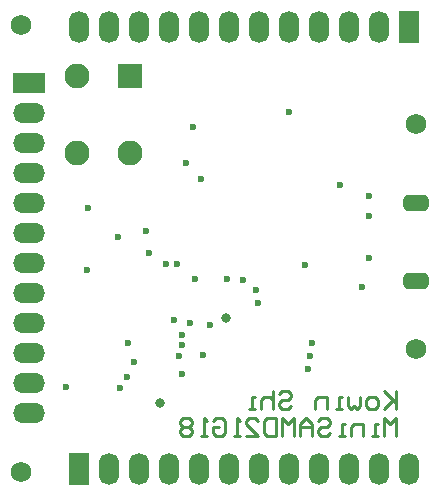
<source format=gbs>
G04 Layer_Color=16711935*
%FSLAX44Y44*%
%MOMM*%
G71*
G01*
G75*
%ADD26C,0.2540*%
%ADD37C,0.6000*%
%ADD52R,2.1032X2.1032*%
%ADD57C,2.1032*%
%ADD58R,2.7032X1.7032*%
%ADD59O,2.7032X1.7032*%
%ADD60R,1.7032X2.7032*%
%ADD61O,1.7032X2.7032*%
G04:AMPARAMS|DCode=62|XSize=2.2032mm|YSize=1.4032mm|CornerRadius=0.4616mm|HoleSize=0mm|Usage=FLASHONLY|Rotation=180.000|XOffset=0mm|YOffset=0mm|HoleType=Round|Shape=RoundedRectangle|*
%AMROUNDEDRECTD62*
21,1,2.2032,0.4800,0,0,180.0*
21,1,1.2800,1.4032,0,0,180.0*
1,1,0.9232,-0.6400,0.2400*
1,1,0.9232,0.6400,0.2400*
1,1,0.9232,0.6400,-0.2400*
1,1,0.9232,-0.6400,-0.2400*
%
%ADD62ROUNDEDRECTD62*%
%ADD63C,1.7272*%
%ADD64C,0.8032*%
D26*
X579000Y324235D02*
Y309000D01*
Y314078D01*
X568843Y324235D01*
X576461Y316618D01*
X568843Y309000D01*
X561226D02*
X556147D01*
X553608Y311539D01*
Y316618D01*
X556147Y319157D01*
X561226D01*
X563765Y316618D01*
Y311539D01*
X561226Y309000D01*
X548530Y319157D02*
Y311539D01*
X545991Y309000D01*
X543451Y311539D01*
X540912Y309000D01*
X538373Y311539D01*
Y319157D01*
X533295Y309000D02*
X528216D01*
X530756D01*
Y319157D01*
X533295D01*
X520599Y309000D02*
Y319157D01*
X512981D01*
X510442Y316618D01*
Y309000D01*
X479972Y321696D02*
X482511Y324235D01*
X487590D01*
X490129Y321696D01*
Y319157D01*
X487590Y316618D01*
X482511D01*
X479972Y314078D01*
Y311539D01*
X482511Y309000D01*
X487590D01*
X490129Y311539D01*
X474894Y324235D02*
Y309000D01*
Y316618D01*
X472355Y319157D01*
X467276D01*
X464737Y316618D01*
Y309000D01*
X459659D02*
X454580D01*
X457119D01*
Y319157D01*
X459659D01*
X579000Y286000D02*
Y301235D01*
X573922Y296157D01*
X568843Y301235D01*
Y286000D01*
X563765D02*
X558687D01*
X561226D01*
Y296157D01*
X563765D01*
X551069Y286000D02*
Y296157D01*
X543451D01*
X540912Y293617D01*
Y286000D01*
X535834D02*
X530756D01*
X533295D01*
Y296157D01*
X535834D01*
X512981Y298696D02*
X515521Y301235D01*
X520599D01*
X523138Y298696D01*
Y296157D01*
X520599Y293617D01*
X515521D01*
X512981Y291078D01*
Y288539D01*
X515521Y286000D01*
X520599D01*
X523138Y288539D01*
X507903Y286000D02*
Y296157D01*
X502825Y301235D01*
X497746Y296157D01*
Y286000D01*
Y293617D01*
X507903D01*
X492668Y286000D02*
Y301235D01*
X487590Y296157D01*
X482511Y301235D01*
Y286000D01*
X477433Y301235D02*
Y286000D01*
X469815D01*
X467276Y288539D01*
Y298696D01*
X469815Y301235D01*
X477433D01*
X452041Y286000D02*
X462198D01*
X452041Y296157D01*
Y298696D01*
X454580Y301235D01*
X459659D01*
X462198Y298696D01*
X446963Y286000D02*
X441884D01*
X444423D01*
Y301235D01*
X446963Y298696D01*
X424110D02*
X426649Y301235D01*
X431728D01*
X434267Y298696D01*
Y288539D01*
X431728Y286000D01*
X426649D01*
X424110Y288539D01*
Y293617D01*
X429188D01*
X419032Y286000D02*
X413953D01*
X416493D01*
Y301235D01*
X419032Y298696D01*
X406336D02*
X403797Y301235D01*
X398718D01*
X396179Y298696D01*
Y296157D01*
X398718Y293617D01*
X396179Y291078D01*
Y288539D01*
X398718Y286000D01*
X403797D01*
X406336Y288539D01*
Y291078D01*
X403797Y293617D01*
X406336Y296157D01*
Y298696D01*
X403797Y293617D02*
X398718D01*
D37*
X316834Y426834D02*
D03*
X318000Y479000D02*
D03*
X531000Y499000D02*
D03*
X556000Y489000D02*
D03*
X449000Y418000D02*
D03*
X435760Y419240D02*
D03*
X488000Y560000D02*
D03*
X460000Y410000D02*
D03*
X390999Y383999D02*
D03*
X404000Y382000D02*
D03*
X462000Y399000D02*
D03*
X370000Y441000D02*
D03*
X384000Y432000D02*
D03*
X392999Y431999D02*
D03*
X507402Y365000D02*
D03*
X506000Y354000D02*
D03*
X504402Y343000D02*
D03*
X351999Y364999D02*
D03*
X357000Y349000D02*
D03*
X351000Y336000D02*
D03*
X397999Y371999D02*
D03*
X398000Y363000D02*
D03*
X345000Y327000D02*
D03*
X398000Y339000D02*
D03*
X367000Y460000D02*
D03*
X409000Y419000D02*
D03*
X550000Y412000D02*
D03*
X556000Y437000D02*
D03*
Y472000D02*
D03*
X502000Y431000D02*
D03*
X407000Y548000D02*
D03*
X401000Y517000D02*
D03*
X414000Y504000D02*
D03*
X343000Y455000D02*
D03*
X299000Y328000D02*
D03*
X421030Y379730D02*
D03*
X415000Y355000D02*
D03*
X395000Y354000D02*
D03*
D52*
X353500Y590500D02*
D03*
D57*
X308500D02*
D03*
Y525500D02*
D03*
X353500D02*
D03*
D58*
X268000Y584700D02*
D03*
D59*
Y559300D02*
D03*
Y533900D02*
D03*
Y508500D02*
D03*
Y483100D02*
D03*
Y457700D02*
D03*
Y432300D02*
D03*
Y406900D02*
D03*
Y381500D02*
D03*
Y356100D02*
D03*
Y330700D02*
D03*
Y305300D02*
D03*
D60*
X310300Y258000D02*
D03*
X589700Y632000D02*
D03*
D61*
X335700Y258000D02*
D03*
X361100D02*
D03*
X386500D02*
D03*
X411900D02*
D03*
X437300D02*
D03*
X462700D02*
D03*
X488100D02*
D03*
X513500D02*
D03*
X538900D02*
D03*
X564300D02*
D03*
X589700D02*
D03*
X564300Y632000D02*
D03*
X538900D02*
D03*
X513500D02*
D03*
X488100D02*
D03*
X462700D02*
D03*
X437300D02*
D03*
X411900D02*
D03*
X386500D02*
D03*
X361100D02*
D03*
X335700D02*
D03*
X310300D02*
D03*
D62*
X595375Y483000D02*
D03*
Y417000D02*
D03*
D63*
X261000Y256000D02*
D03*
Y634000D02*
D03*
X596000Y360000D02*
D03*
Y550000D02*
D03*
D64*
X379000Y314000D02*
D03*
X435000Y386000D02*
D03*
M02*

</source>
